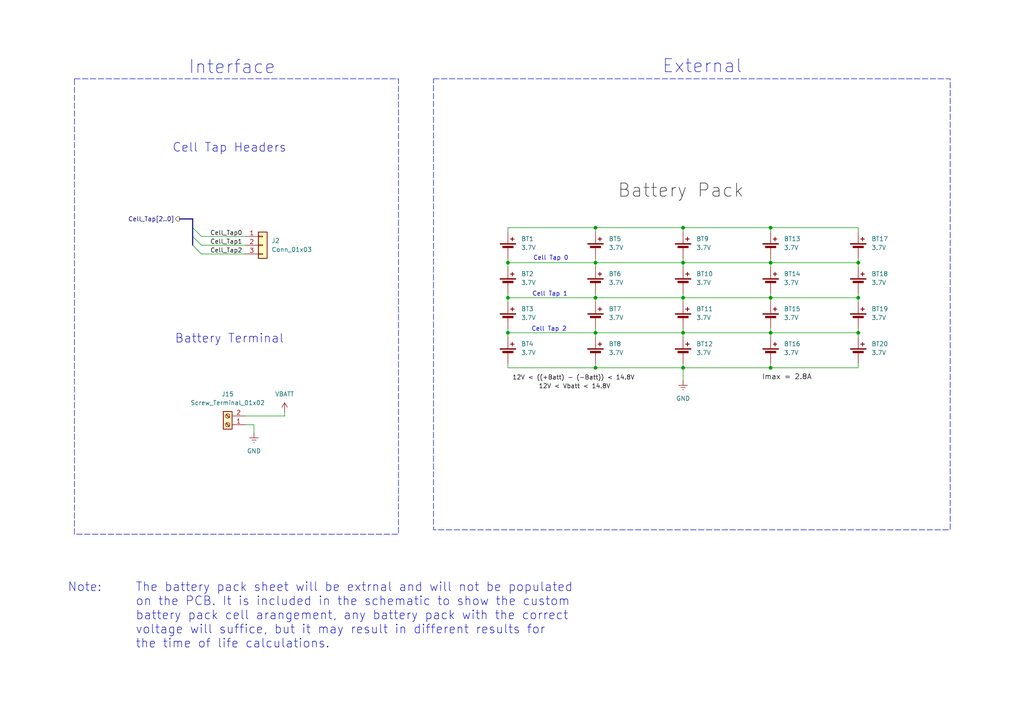
<source format=kicad_sch>
(kicad_sch (version 20231120) (generator "eeschema") (generator_version "8.0")
  (paper "A4")
  (title_block (title "MoP - Battery") (rev "1") (company "ESE - Conestoga") (comment 1 "Fergus Page, Nigel Sinclair") (comment 2 "Matvey Regentov"))
  (lib_symbols
    (symbol "Connector:Screw_Terminal_01x02" (pin_names (offset 1.016) hide)
      (property "Reference" "J" (at 0 2.54 0))
      (property "Value" "Screw_Terminal_01x02" (at 0 -5.08 0))
      (symbol "Screw_Terminal_01x02_1_1"
        (rectangle (start -1.27 1.27) (end 1.27 -3.81) (stroke (width 0.254)) (fill (type background)))
        (circle (center 0 -2.54) (radius 0.635) (stroke (width 0.1524)))
        (polyline (pts (xy -0.5334 -2.2098) (xy 0.3302 -3.048)) (stroke (width 0.1524)))
        (polyline (pts (xy -0.5334 0.3302) (xy 0.3302 -0.508)) (stroke (width 0.1524)))
        (polyline (pts (xy -0.3556 -2.032) (xy 0.508 -2.8702)) (stroke (width 0.1524)))
        (polyline (pts (xy -0.3556 0.508) (xy 0.508 -0.3302)) (stroke (width 0.1524)))
        (circle (center 0 0) (radius 0.635) (stroke (width 0.1524)))
        (pin passive line (at -5.08 0 0) (length 3.81) (name "Pin_1") (number "1"))
        (pin passive line (at -5.08 -2.54 0) (length 3.81) (name "Pin_2") (number "2"))
      )
    )
    (symbol "Connector_Generic:Conn_01x03" (pin_names (offset 1.016) hide)
      (property "Reference" "J" (at 0 5.08 0))
      (property "Value" "Conn_01x03" (at 0 -5.08 0))
      (symbol "Conn_01x03_1_1"
        (rectangle (start -1.27 -2.413) (end 0 -2.667) (stroke (width 0.1524)))
        (rectangle (start -1.27 0.127) (end 0 -0.127) (stroke (width 0.1524)))
        (rectangle (start -1.27 2.667) (end 0 2.413) (stroke (width 0.1524)))
        (rectangle (start -1.27 3.81) (end 1.27 -3.81) (stroke (width 0.254)) (fill (type background)))
        (pin passive line (at -5.08 2.54 0) (length 3.81) (name "Pin_1") (number "1"))
        (pin passive line (at -5.08 0 0) (length 3.81) (name "Pin_2") (number "2"))
        (pin passive line (at -5.08 -2.54 0) (length 3.81) (name "Pin_3") (number "3"))
      )
    )
    (symbol "Device:Battery_Cell" (pin_numbers hide) (pin_names (offset 0) hide)
      (property "Reference" "BT" (at 2.54 2.54 0))
      (property "Value" "Battery_Cell" (at 2.54 0 0))
      (symbol "Battery_Cell_0_1"
        (rectangle (start -2.286 1.778) (end 2.286 1.524) (fill (type outline)))
        (rectangle (start -1.524 1.016) (end 1.524 0.508) (fill (type outline)))
        (polyline (pts (xy 0 0.762) (xy 0 0)))
        (polyline (pts (xy 0 1.778) (xy 0 2.54)))
        (polyline (pts (xy 0.762 3.048) (xy 1.778 3.048)) (stroke (width 0.254)))
        (polyline (pts (xy 1.27 3.556) (xy 1.27 2.54)) (stroke (width 0.254)))
      )
      (symbol "Battery_Cell_1_1"
        (pin passive line (at 0 5.08 270) (length 2.54) (name "+") (number "1"))
        (pin passive line (at 0 -2.54 90) (length 2.54) (name "-") (number "2"))
      )
    )
    (symbol "power:GNDREF" (power) (pin_numbers hide) (pin_names (offset 0) hide)
      (property "Value" "GNDREF" (at 0 -3.81 0))
      (symbol "GNDREF_0_1"
        (polyline (pts (xy -0.635 -1.905) (xy 0.635 -1.905)))
        (polyline (pts (xy -0.127 -2.54) (xy 0.127 -2.54)))
        (polyline (pts (xy 0 -1.27) (xy 0 0)))
        (polyline (pts (xy 1.27 -1.27) (xy -1.27 -1.27)))
      )
      (symbol "GNDREF_1_1"
        (pin power_in line (at 0 0 270) (length 0) (name "~") (number "1"))
      )
    )
    (symbol "power:LINE" (power) (pin_numbers hide) (pin_names (offset 0) hide)
      (property "Value" "LINE" (at 0 3.556 0))
      (symbol "LINE_0_1"
        (polyline (pts (xy -0.762 1.27) (xy 0 2.54)))
        (polyline (pts (xy 0 0) (xy 0 2.54)))
        (polyline (pts (xy 0 2.54) (xy 0.762 1.27)))
      )
      (symbol "LINE_1_1"
        (pin power_in line (at 0 0 90) (length 0) (name "~") (number "1"))
      )
    )
  )
  (junction (at 147.32 86.36))
  (junction (at 172.72 96.52))
  (junction (at 223.52 96.52))
  (junction (at 147.32 76.2))
  (junction (at 198.12 106.68))
  (junction (at 172.72 66.04))
  (junction (at 198.12 86.36))
  (junction (at 147.32 96.52))
  (junction (at 172.72 106.68))
  (junction (at 248.92 76.2))
  (junction (at 248.92 96.52))
  (junction (at 223.52 106.68))
  (junction (at 172.72 86.36))
  (junction (at 248.92 86.36))
  (junction (at 223.52 76.2))
  (junction (at 198.12 66.04))
  (junction (at 223.52 66.04))
  (junction (at 172.72 76.2))
  (junction (at 198.12 96.52))
  (junction (at 198.12 76.2))
  (junction (at 223.52 86.36))
  (bus_entry (at 55.88 68.58) (size 2.54 2.54))
  (bus_entry (at 55.88 71.12) (size 2.54 2.54))
  (bus_entry (at 55.88 66.04) (size 2.54 2.54))
  (bus (pts (xy 55.88 68.58) (xy 55.88 71.12)))
  (wire (pts (xy 248.92 76.2) (xy 248.92 77.47)))
  (wire (pts (xy 223.52 96.52) (xy 223.52 97.79)))
  (wire (pts (xy 147.32 105.41) (xy 147.32 106.68)))
  (wire (pts (xy 147.32 76.2) (xy 147.32 77.47)))
  (wire (pts (xy 172.72 106.68) (xy 198.12 106.68)))
  (wire (pts (xy 82.55 119.38) (xy 82.55 120.65)))
  (bus (pts (xy 55.88 66.04) (xy 55.88 63.5)))
  (bus (pts (xy 55.88 66.04) (xy 55.88 68.58)))
  (wire (pts (xy 223.52 85.09) (xy 223.52 86.36)))
  (wire (pts (xy 58.42 73.66) (xy 71.12 73.66)))
  (wire (pts (xy 248.92 74.93) (xy 248.92 76.2)))
  (wire (pts (xy 223.52 95.25) (xy 223.52 96.52)))
  (wire (pts (xy 172.72 95.25) (xy 172.72 96.52)))
  (wire (pts (xy 172.72 76.2) (xy 198.12 76.2)))
  (wire (pts (xy 172.72 74.93) (xy 172.72 76.2)))
  (wire (pts (xy 223.52 86.36) (xy 223.52 87.63)))
  (wire (pts (xy 172.72 96.52) (xy 198.12 96.52)))
  (wire (pts (xy 198.12 96.52) (xy 198.12 97.79)))
  (wire (pts (xy 172.72 105.41) (xy 172.72 106.68)))
  (wire (pts (xy 198.12 76.2) (xy 198.12 77.47)))
  (bus (pts (xy 55.88 63.5) (xy 52.07 63.5)))
  (wire (pts (xy 73.66 123.19) (xy 73.66 125.73)))
  (wire (pts (xy 248.92 95.25) (xy 248.92 96.52)))
  (wire (pts (xy 223.52 106.68) (xy 248.92 106.68)))
  (wire (pts (xy 223.52 66.04) (xy 223.52 67.31)))
  (wire (pts (xy 223.52 76.2) (xy 223.52 77.47)))
  (wire (pts (xy 147.32 74.93) (xy 147.32 76.2)))
  (wire (pts (xy 147.32 106.68) (xy 172.72 106.68)))
  (wire (pts (xy 172.72 86.36) (xy 172.72 87.63)))
  (wire (pts (xy 147.32 76.2) (xy 172.72 76.2)))
  (wire (pts (xy 71.12 123.19) (xy 73.66 123.19)))
  (wire (pts (xy 198.12 74.93) (xy 198.12 76.2)))
  (wire (pts (xy 248.92 66.04) (xy 248.92 67.31)))
  (wire (pts (xy 58.42 68.58) (xy 71.12 68.58)))
  (wire (pts (xy 58.42 71.12) (xy 71.12 71.12)))
  (wire (pts (xy 147.32 96.52) (xy 147.32 97.79)))
  (wire (pts (xy 198.12 76.2) (xy 223.52 76.2)))
  (wire (pts (xy 147.32 85.09) (xy 147.32 86.36)))
  (wire (pts (xy 147.32 86.36) (xy 172.72 86.36)))
  (wire (pts (xy 147.32 86.36) (xy 147.32 87.63)))
  (wire (pts (xy 223.52 96.52) (xy 248.92 96.52)))
  (wire (pts (xy 223.52 86.36) (xy 248.92 86.36)))
  (wire (pts (xy 198.12 96.52) (xy 223.52 96.52)))
  (wire (pts (xy 198.12 85.09) (xy 198.12 86.36)))
  (wire (pts (xy 223.52 74.93) (xy 223.52 76.2)))
  (wire (pts (xy 223.52 66.04) (xy 248.92 66.04)))
  (wire (pts (xy 172.72 86.36) (xy 198.12 86.36)))
  (wire (pts (xy 198.12 66.04) (xy 223.52 66.04)))
  (wire (pts (xy 147.32 96.52) (xy 172.72 96.52)))
  (wire (pts (xy 198.12 66.04) (xy 198.12 67.31)))
  (wire (pts (xy 223.52 106.68) (xy 223.52 105.41)))
  (wire (pts (xy 198.12 86.36) (xy 223.52 86.36)))
  (wire (pts (xy 198.12 106.68) (xy 223.52 106.68)))
  (wire (pts (xy 223.52 76.2) (xy 248.92 76.2)))
  (wire (pts (xy 248.92 85.09) (xy 248.92 86.36)))
  (wire (pts (xy 71.12 120.65) (xy 82.55 120.65)))
  (wire (pts (xy 172.72 66.04) (xy 198.12 66.04)))
  (wire (pts (xy 198.12 105.41) (xy 198.12 106.68)))
  (wire (pts (xy 198.12 86.36) (xy 198.12 87.63)))
  (wire (pts (xy 147.32 67.31) (xy 147.32 66.04)))
  (wire (pts (xy 172.72 76.2) (xy 172.72 77.47)))
  (wire (pts (xy 147.32 95.25) (xy 147.32 96.52)))
  (wire (pts (xy 248.92 96.52) (xy 248.92 97.79)))
  (wire (pts (xy 147.32 66.04) (xy 172.72 66.04)))
  (wire (pts (xy 172.72 96.52) (xy 172.72 97.79)))
  (wire (pts (xy 198.12 106.68) (xy 198.12 110.49)))
  (wire (pts (xy 172.72 66.04) (xy 172.72 67.31)))
  (wire (pts (xy 248.92 86.36) (xy 248.92 87.63)))
  (wire (pts (xy 198.12 95.25) (xy 198.12 96.52)))
  (wire (pts (xy 248.92 105.41) (xy 248.92 106.68)))
  (wire (pts (xy 172.72 85.09) (xy 172.72 86.36)))
  (rectangle (start 125.73 22.86) (end 275.59 153.67) (stroke (width 0) (type dash)))
  (rectangle (start 21.59 22.86) (end 115.57 154.94) (stroke (width 0) (type dash)))
  (text "Cell Tap 0\n" (at 159.766 74.93 0) (effects (font (size 1.27 1.27))))
  (text "Battery Terminal\n" (at 66.548 98.298 0) (effects (font (size 2.54 2.54))))
  (text "Interface" (at 67.31 19.558 0) (effects (font (size 3.81 3.81))))
  (text "Cell Tap Headers" (at 66.548 42.926 0) (effects (font (size 2.54 2.54))))
  (text "External" (at 203.708 19.304 0) (effects (font (size 3.81 3.81))))
  (text "Cell Tap 1\n" (at 159.512 85.344 0) (effects (font (size 1.27 1.27))))
  (text "Note: 	The battery pack sheet will be extrnal and will not be populated \n		on the PCB. It is included in the schematic to show the custom \n		battery pack cell arangement, any battery pack with the correct \n		voltage will suffice, but it may result in different results for \n		the time of life calculations." (at 19.558 178.562 0) (effects (font (size 2.54 2.54)) (justify left)))
  (text "Cell Tap 2\n" (at 159.258 95.504 0) (effects (font (size 1.27 1.27))))
  (label "12V < Vbatt < 14.8V" (at 156.21 113.03 0))
  (label "Cell_Tap2" (at 60.96 73.66 0))
  (label "Imax = 2.8A" (at 220.98 110.49 0) (effects (font (size 1.5 1.5))))
  (label "Battery Pack" (at 179.07 58.42 0) (effects (font (size 3.81 3.81))))
  (label "Cell_Tap0" (at 60.96 68.58 0))
  (label "Cell_Tap1" (at 60.96 71.12 0))
  (label "12V < ((+Batt) - (-Batt)) < 14.8V" (at 148.59 110.49 0))
  (hierarchical_label "Cell_Tap[2..0]" (shape output) (at 52.07 63.5 180))
  (symbol (lib_id "Connector:Screw_Terminal_01x02") (at 66.04 123.19 180) (unit 1)
    (property "Reference" "J15" (at 66.04 114.3 0))
    (property "Value" "Screw_Terminal_01x02" (at 66.04 116.84 0))
    (property "Description" "Generic screw terminal, single row, 01x02, script generated (kicad-library-utils/schlib/autogen/connector/)" (effects (hide yes)))
  )
  (symbol (lib_id "Device:Battery_Cell") (at 147.32 92.71 0) (unit 1) (on_board no)
    (property "Reference" "BT3" (at 151.13 89.5984 0) (effects (justify left)))
    (property "Value" "3.7V" (at 151.13 92.1384 0) (effects (justify left)))
    (property "Description" "Single-cell battery" (effects (hide yes)))
  )
  (symbol (lib_id "Device:Battery_Cell") (at 223.52 92.71 0) (unit 1) (on_board no)
    (property "Reference" "BT15" (at 227.33 89.5984 0) (effects (justify left)))
    (property "Value" "3.7V" (at 227.33 92.1384 0) (effects (justify left)))
    (property "Description" "Single-cell battery" (effects (hide yes)))
  )
  (symbol (lib_id "Device:Battery_Cell") (at 198.12 72.39 0) (unit 1) (on_board no)
    (property "Reference" "BT9" (at 201.93 69.2784 0) (effects (justify left)))
    (property "Value" "3.7V" (at 201.93 71.8184 0) (effects (justify left)))
    (property "Description" "Single-cell battery" (effects (hide yes)))
  )
  (symbol (lib_id "power:GNDREF") (at 198.12 110.49 0) (unit 1) (on_board no)
    (property "Reference" "#PWR01" (effects (hide yes)))
    (property "Value" "GND" (at 198.12 115.57 0))
    (property "Description" "Power symbol creates a global label with name \"GNDREF\" , reference supply ground" (effects (hide yes)))
  )
  (symbol (lib_id "Device:Battery_Cell") (at 172.72 92.71 0) (unit 1) (on_board no)
    (property "Reference" "BT7" (at 176.53 89.5984 0) (effects (justify left)))
    (property "Value" "3.7V" (at 176.53 92.1384 0) (effects (justify left)))
    (property "Description" "Single-cell battery" (effects (hide yes)))
  )
  (symbol (lib_id "Device:Battery_Cell") (at 248.92 102.87 0) (unit 1) (on_board no)
    (property "Reference" "BT20" (at 252.73 99.7584 0) (effects (justify left)))
    (property "Value" "3.7V" (at 252.73 102.2984 0) (effects (justify left)))
    (property "Description" "Single-cell battery" (effects (hide yes)))
  )
  (symbol (lib_id "Device:Battery_Cell") (at 172.72 82.55 0) (unit 1) (on_board no)
    (property "Reference" "BT6" (at 176.53 79.4384 0) (effects (justify left)))
    (property "Value" "3.7V" (at 176.53 81.9784 0) (effects (justify left)))
    (property "Description" "Single-cell battery" (effects (hide yes)))
  )
  (symbol (lib_id "Device:Battery_Cell") (at 147.32 72.39 0) (unit 1) (on_board no)
    (property "Reference" "BT1" (at 151.13 69.2784 0) (effects (justify left)))
    (property "Value" "3.7V" (at 151.13 71.8184 0) (effects (justify left)))
    (property "Description" "Single-cell battery" (effects (hide yes)))
  )
  (symbol (lib_id "Device:Battery_Cell") (at 223.52 102.87 0) (unit 1) (on_board no)
    (property "Reference" "BT16" (at 227.33 99.7584 0) (effects (justify left)))
    (property "Value" "3.7V" (at 227.33 102.2984 0) (effects (justify left)))
    (property "Description" "Single-cell battery" (effects (hide yes)))
  )
  (symbol (lib_id "Device:Battery_Cell") (at 147.32 82.55 0) (unit 1) (on_board no)
    (property "Reference" "BT2" (at 151.13 79.4384 0) (effects (justify left)))
    (property "Value" "3.7V" (at 151.13 81.9784 0) (effects (justify left)))
    (property "Description" "Single-cell battery" (effects (hide yes)))
  )
  (symbol (lib_id "Device:Battery_Cell") (at 147.32 102.87 0) (unit 1) (on_board no)
    (property "Reference" "BT4" (at 151.13 99.7584 0) (effects (justify left)))
    (property "Value" "3.7V" (at 151.13 102.2984 0) (effects (justify left)))
    (property "Description" "Single-cell battery" (effects (hide yes)))
  )
  (symbol (lib_id "power:LINE") (at 82.55 119.38 0) (unit 1)
    (property "Reference" "#PWR019" (effects (hide yes)))
    (property "Value" "VBATT" (at 82.55 114.3 0))
    (property "Description" "Power symbol creates a global label with name \"LINE\"" (effects (hide yes)))
  )
  (symbol (lib_id "Device:Battery_Cell") (at 248.92 92.71 0) (unit 1) (on_board no)
    (property "Reference" "BT19" (at 252.73 89.5984 0) (effects (justify left)))
    (property "Value" "3.7V" (at 252.73 92.1384 0) (effects (justify left)))
    (property "Description" "Single-cell battery" (effects (hide yes)))
  )
  (symbol (lib_id "Device:Battery_Cell") (at 248.92 72.39 0) (unit 1) (on_board no)
    (property "Reference" "BT17" (at 252.73 69.2784 0) (effects (justify left)))
    (property "Value" "3.7V" (at 252.73 71.8184 0) (effects (justify left)))
    (property "Description" "Single-cell battery" (effects (hide yes)))
  )
  (symbol (lib_id "Device:Battery_Cell") (at 248.92 82.55 0) (unit 1) (on_board no)
    (property "Reference" "BT18" (at 252.73 79.4384 0) (effects (justify left)))
    (property "Value" "3.7V" (at 252.73 81.9784 0) (effects (justify left)))
    (property "Description" "Single-cell battery" (effects (hide yes)))
  )
  (symbol (lib_id "Connector_Generic:Conn_01x03") (at 76.2 71.12 0) (unit 1)
    (property "Reference" "J2" (at 78.74 69.8499 0) (effects (justify left)))
    (property "Value" "Conn_01x03" (at 78.74 72.3899 0) (effects (justify left)))
    (property "Description" "Generic connector, single row, 01x03, script generated (kicad-library-utils/schlib/autogen/connector/)" (effects (hide yes)))
  )
  (symbol (lib_id "Device:Battery_Cell") (at 198.12 92.71 0) (unit 1) (on_board no)
    (property "Reference" "BT11" (at 201.93 89.5984 0) (effects (justify left)))
    (property "Value" "3.7V" (at 201.93 92.1384 0) (effects (justify left)))
    (property "Description" "Single-cell battery" (effects (hide yes)))
  )
  (symbol (lib_id "Device:Battery_Cell") (at 198.12 82.55 0) (unit 1) (on_board no)
    (property "Reference" "BT10" (at 201.93 79.4384 0) (effects (justify left)))
    (property "Value" "3.7V" (at 201.93 81.9784 0) (effects (justify left)))
    (property "Description" "Single-cell battery" (effects (hide yes)))
  )
  (symbol (lib_id "Device:Battery_Cell") (at 198.12 102.87 0) (unit 1) (on_board no)
    (property "Reference" "BT12" (at 201.93 99.7584 0) (effects (justify left)))
    (property "Value" "3.7V" (at 201.93 102.2984 0) (effects (justify left)))
    (property "Description" "Single-cell battery" (effects (hide yes)))
  )
  (symbol (lib_id "Device:Battery_Cell") (at 223.52 72.39 0) (unit 1) (on_board no)
    (property "Reference" "BT13" (at 227.33 69.2784 0) (effects (justify left)))
    (property "Value" "3.7V" (at 227.33 71.8184 0) (effects (justify left)))
    (property "Description" "Single-cell battery" (effects (hide yes)))
  )
  (symbol (lib_id "Device:Battery_Cell") (at 172.72 72.39 0) (unit 1) (on_board no)
    (property "Reference" "BT5" (at 176.53 69.2784 0) (effects (justify left)))
    (property "Value" "3.7V" (at 176.53 71.8184 0) (effects (justify left)))
    (property "Description" "Single-cell battery" (effects (hide yes)))
  )
  (symbol (lib_id "Device:Battery_Cell") (at 223.52 82.55 0) (unit 1) (on_board no)
    (property "Reference" "BT14" (at 227.33 79.4384 0) (effects (justify left)))
    (property "Value" "3.7V" (at 227.33 81.9784 0) (effects (justify left)))
    (property "Description" "Single-cell battery" (effects (hide yes)))
  )
  (symbol (lib_id "Device:Battery_Cell") (at 172.72 102.87 0) (unit 1) (on_board no)
    (property "Reference" "BT8" (at 176.53 99.7584 0) (effects (justify left)))
    (property "Value" "3.7V" (at 176.53 102.2984 0) (effects (justify left)))
    (property "Description" "Single-cell battery" (effects (hide yes)))
  )
  (symbol (lib_id "power:GNDREF") (at 73.66 125.73 0) (unit 1) (on_board no)
    (property "Reference" "#PWR03" (effects (hide yes)))
    (property "Value" "GND" (at 73.66 130.81 0))
    (property "Description" "Power symbol creates a global label with name \"GNDREF\" , reference supply ground" (effects (hide yes)))
  )
)
</source>
